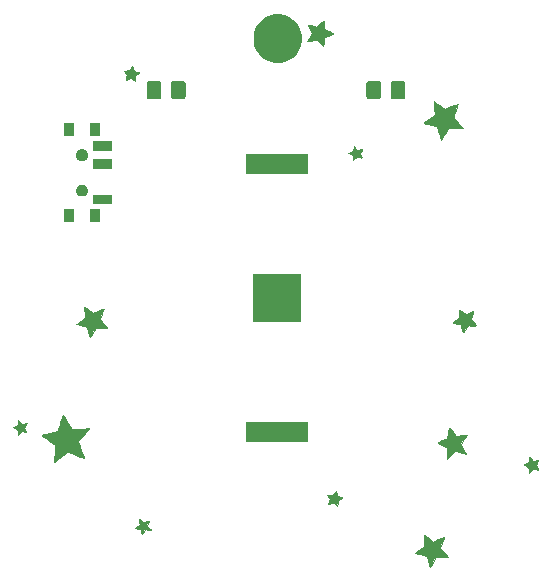
<source format=gbr>
G04 #@! TF.GenerationSoftware,KiCad,Pcbnew,5.0.2+dfsg1-1*
G04 #@! TF.CreationDate,2019-05-16T07:21:41+02:00*
G04 #@! TF.ProjectId,5thpcbway,35746870-6362-4776-9179-2e6b69636164,rev?*
G04 #@! TF.SameCoordinates,Original*
G04 #@! TF.FileFunction,Soldermask,Bot*
G04 #@! TF.FilePolarity,Negative*
%FSLAX46Y46*%
G04 Gerber Fmt 4.6, Leading zero omitted, Abs format (unit mm)*
G04 Created by KiCad (PCBNEW 5.0.2+dfsg1-1) date jue 16 may 2019 07:21:41 CEST*
%MOMM*%
%LPD*%
G01*
G04 APERTURE LIST*
%ADD10C,0.010000*%
%ADD11C,0.100000*%
G04 APERTURE END LIST*
D10*
G04 #@! TO.C,*
G36*
X190566455Y-55189694D02*
X190577737Y-55323542D01*
X190578685Y-55397125D01*
X190582799Y-55599762D01*
X190602831Y-55739126D01*
X190652481Y-55836582D01*
X190745449Y-55913496D01*
X190895435Y-55991233D01*
X190986194Y-56032631D01*
X191141331Y-56104854D01*
X191261955Y-56165487D01*
X191330932Y-56205690D01*
X191340703Y-56215539D01*
X191303887Y-56240325D01*
X191205531Y-56288007D01*
X191062890Y-56350509D01*
X190970286Y-56388898D01*
X190600500Y-56539295D01*
X190558167Y-56904381D01*
X190536290Y-57071804D01*
X190514248Y-57205180D01*
X190495693Y-57283551D01*
X190490135Y-57294738D01*
X190453245Y-57276272D01*
X190376044Y-57205599D01*
X190272165Y-57095770D01*
X190217068Y-57033254D01*
X190107386Y-56905632D01*
X190022101Y-56805491D01*
X189973781Y-56747633D01*
X189967417Y-56739262D01*
X189927942Y-56744062D01*
X189823630Y-56762865D01*
X189672516Y-56792318D01*
X189567015Y-56813681D01*
X189395410Y-56847614D01*
X189258661Y-56872260D01*
X189175268Y-56884416D01*
X189158575Y-56884420D01*
X189174741Y-56846191D01*
X189226622Y-56752271D01*
X189305094Y-56618787D01*
X189360940Y-56526749D01*
X189573626Y-56179998D01*
X189374677Y-55835079D01*
X189290065Y-55684667D01*
X189226462Y-55564408D01*
X189192490Y-55491004D01*
X189189614Y-55476599D01*
X189234132Y-55479396D01*
X189342308Y-55498052D01*
X189495360Y-55529122D01*
X189594322Y-55550806D01*
X189985143Y-55638575D01*
X190246244Y-55353629D01*
X190383978Y-55209895D01*
X190477785Y-55133945D01*
X190535874Y-55126854D01*
X190566455Y-55189694D01*
X190566455Y-55189694D01*
G37*
X190566455Y-55189694D02*
X190577737Y-55323542D01*
X190578685Y-55397125D01*
X190582799Y-55599762D01*
X190602831Y-55739126D01*
X190652481Y-55836582D01*
X190745449Y-55913496D01*
X190895435Y-55991233D01*
X190986194Y-56032631D01*
X191141331Y-56104854D01*
X191261955Y-56165487D01*
X191330932Y-56205690D01*
X191340703Y-56215539D01*
X191303887Y-56240325D01*
X191205531Y-56288007D01*
X191062890Y-56350509D01*
X190970286Y-56388898D01*
X190600500Y-56539295D01*
X190558167Y-56904381D01*
X190536290Y-57071804D01*
X190514248Y-57205180D01*
X190495693Y-57283551D01*
X190490135Y-57294738D01*
X190453245Y-57276272D01*
X190376044Y-57205599D01*
X190272165Y-57095770D01*
X190217068Y-57033254D01*
X190107386Y-56905632D01*
X190022101Y-56805491D01*
X189973781Y-56747633D01*
X189967417Y-56739262D01*
X189927942Y-56744062D01*
X189823630Y-56762865D01*
X189672516Y-56792318D01*
X189567015Y-56813681D01*
X189395410Y-56847614D01*
X189258661Y-56872260D01*
X189175268Y-56884416D01*
X189158575Y-56884420D01*
X189174741Y-56846191D01*
X189226622Y-56752271D01*
X189305094Y-56618787D01*
X189360940Y-56526749D01*
X189573626Y-56179998D01*
X189374677Y-55835079D01*
X189290065Y-55684667D01*
X189226462Y-55564408D01*
X189192490Y-55491004D01*
X189189614Y-55476599D01*
X189234132Y-55479396D01*
X189342308Y-55498052D01*
X189495360Y-55529122D01*
X189594322Y-55550806D01*
X189985143Y-55638575D01*
X190246244Y-55353629D01*
X190383978Y-55209895D01*
X190477785Y-55133945D01*
X190535874Y-55126854D01*
X190566455Y-55189694D01*
G36*
X174351106Y-59006368D02*
X174386703Y-59101991D01*
X174407464Y-59178431D01*
X174457705Y-59387861D01*
X174686853Y-59435432D01*
X174812373Y-59466222D01*
X174895573Y-59495701D01*
X174915924Y-59511752D01*
X174883114Y-59548653D01*
X174799075Y-59612154D01*
X174728672Y-59658749D01*
X174541496Y-59776998D01*
X174565337Y-60007999D01*
X174575315Y-60134581D01*
X174576014Y-60218486D01*
X174570429Y-60239000D01*
X174528657Y-60216035D01*
X174441757Y-60157130D01*
X174372522Y-60107246D01*
X174193364Y-59975492D01*
X173994120Y-60061739D01*
X173878557Y-60107893D01*
X173799425Y-60132237D01*
X173779625Y-60132736D01*
X173783367Y-60087657D01*
X173809166Y-59987768D01*
X173836906Y-59899111D01*
X173909439Y-59680736D01*
X173590979Y-59354604D01*
X173840126Y-59341719D01*
X173981036Y-59331520D01*
X174065760Y-59308893D01*
X174122713Y-59258104D01*
X174180311Y-59163418D01*
X174188308Y-59148917D01*
X174252572Y-59044127D01*
X174305022Y-58979269D01*
X174322283Y-58969000D01*
X174351106Y-59006368D01*
X174351106Y-59006368D01*
G37*
X174351106Y-59006368D02*
X174386703Y-59101991D01*
X174407464Y-59178431D01*
X174457705Y-59387861D01*
X174686853Y-59435432D01*
X174812373Y-59466222D01*
X174895573Y-59495701D01*
X174915924Y-59511752D01*
X174883114Y-59548653D01*
X174799075Y-59612154D01*
X174728672Y-59658749D01*
X174541496Y-59776998D01*
X174565337Y-60007999D01*
X174575315Y-60134581D01*
X174576014Y-60218486D01*
X174570429Y-60239000D01*
X174528657Y-60216035D01*
X174441757Y-60157130D01*
X174372522Y-60107246D01*
X174193364Y-59975492D01*
X173994120Y-60061739D01*
X173878557Y-60107893D01*
X173799425Y-60132237D01*
X173779625Y-60132736D01*
X173783367Y-60087657D01*
X173809166Y-59987768D01*
X173836906Y-59899111D01*
X173909439Y-59680736D01*
X173590979Y-59354604D01*
X173840126Y-59341719D01*
X173981036Y-59331520D01*
X174065760Y-59308893D01*
X174122713Y-59258104D01*
X174180311Y-59163418D01*
X174188308Y-59148917D01*
X174252572Y-59044127D01*
X174305022Y-58979269D01*
X174322283Y-58969000D01*
X174351106Y-59006368D01*
G36*
X199896352Y-61956510D02*
X199961827Y-62007085D01*
X200066547Y-62088889D01*
X200146667Y-62151818D01*
X200292088Y-62262671D01*
X200461348Y-62386603D01*
X200564003Y-62459254D01*
X200790839Y-62616724D01*
X201339873Y-62376593D01*
X201537522Y-62291673D01*
X201705871Y-62222234D01*
X201830654Y-62173938D01*
X201897606Y-62152445D01*
X201904834Y-62152389D01*
X201897202Y-62195801D01*
X201865053Y-62303350D01*
X201813283Y-62459777D01*
X201746788Y-62649825D01*
X201732214Y-62690356D01*
X201661639Y-62889954D01*
X201603090Y-63063527D01*
X201562061Y-63194193D01*
X201544047Y-63265070D01*
X201543667Y-63269768D01*
X201570646Y-63320787D01*
X201644628Y-63420832D01*
X201755177Y-63556727D01*
X201891858Y-63715293D01*
X201933566Y-63762154D01*
X202323465Y-64197167D01*
X202155816Y-64211076D01*
X202041531Y-64215669D01*
X201869975Y-64216748D01*
X201668467Y-64214313D01*
X201541695Y-64211076D01*
X201095224Y-64197167D01*
X200872046Y-64578167D01*
X200767600Y-64752177D01*
X200667892Y-64910836D01*
X200587169Y-65031818D01*
X200553430Y-65077462D01*
X200457990Y-65195758D01*
X200295626Y-64632962D01*
X200236546Y-64428735D01*
X200186394Y-64256433D01*
X200149536Y-64130971D01*
X200130337Y-64067267D01*
X200128645Y-64062375D01*
X200088107Y-64050712D01*
X199981223Y-64024759D01*
X199824342Y-63988383D01*
X199637931Y-63946364D01*
X199436101Y-63901323D01*
X199256587Y-63861063D01*
X199120247Y-63830276D01*
X199051994Y-63814614D01*
X199020637Y-63799813D01*
X199023604Y-63772211D01*
X199068760Y-63724558D01*
X199163967Y-63649603D01*
X199317090Y-63540095D01*
X199448749Y-63448781D01*
X199945342Y-63106479D01*
X199919972Y-62889823D01*
X199904720Y-62744031D01*
X199886823Y-62549939D01*
X199869573Y-62343706D01*
X199865570Y-62292167D01*
X199853490Y-62112102D01*
X199851571Y-62003322D01*
X199860994Y-61952921D01*
X199882944Y-61947995D01*
X199896352Y-61956510D01*
X199896352Y-61956510D01*
G37*
X199896352Y-61956510D02*
X199961827Y-62007085D01*
X200066547Y-62088889D01*
X200146667Y-62151818D01*
X200292088Y-62262671D01*
X200461348Y-62386603D01*
X200564003Y-62459254D01*
X200790839Y-62616724D01*
X201339873Y-62376593D01*
X201537522Y-62291673D01*
X201705871Y-62222234D01*
X201830654Y-62173938D01*
X201897606Y-62152445D01*
X201904834Y-62152389D01*
X201897202Y-62195801D01*
X201865053Y-62303350D01*
X201813283Y-62459777D01*
X201746788Y-62649825D01*
X201732214Y-62690356D01*
X201661639Y-62889954D01*
X201603090Y-63063527D01*
X201562061Y-63194193D01*
X201544047Y-63265070D01*
X201543667Y-63269768D01*
X201570646Y-63320787D01*
X201644628Y-63420832D01*
X201755177Y-63556727D01*
X201891858Y-63715293D01*
X201933566Y-63762154D01*
X202323465Y-64197167D01*
X202155816Y-64211076D01*
X202041531Y-64215669D01*
X201869975Y-64216748D01*
X201668467Y-64214313D01*
X201541695Y-64211076D01*
X201095224Y-64197167D01*
X200872046Y-64578167D01*
X200767600Y-64752177D01*
X200667892Y-64910836D01*
X200587169Y-65031818D01*
X200553430Y-65077462D01*
X200457990Y-65195758D01*
X200295626Y-64632962D01*
X200236546Y-64428735D01*
X200186394Y-64256433D01*
X200149536Y-64130971D01*
X200130337Y-64067267D01*
X200128645Y-64062375D01*
X200088107Y-64050712D01*
X199981223Y-64024759D01*
X199824342Y-63988383D01*
X199637931Y-63946364D01*
X199436101Y-63901323D01*
X199256587Y-63861063D01*
X199120247Y-63830276D01*
X199051994Y-63814614D01*
X199020637Y-63799813D01*
X199023604Y-63772211D01*
X199068760Y-63724558D01*
X199163967Y-63649603D01*
X199317090Y-63540095D01*
X199448749Y-63448781D01*
X199945342Y-63106479D01*
X199919972Y-62889823D01*
X199904720Y-62744031D01*
X199886823Y-62549939D01*
X199869573Y-62343706D01*
X199865570Y-62292167D01*
X199853490Y-62112102D01*
X199851571Y-62003322D01*
X199860994Y-61952921D01*
X199882944Y-61947995D01*
X199896352Y-61956510D01*
G36*
X193225167Y-65865743D02*
X193352167Y-66039165D01*
X193814235Y-65984383D01*
X193748421Y-66085608D01*
X193658997Y-66224418D01*
X193610165Y-66314227D01*
X193597705Y-66377868D01*
X193617397Y-66438176D01*
X193665018Y-66517983D01*
X193667695Y-66522310D01*
X193721228Y-66622259D01*
X193742540Y-66690297D01*
X193739516Y-66702595D01*
X193687284Y-66707937D01*
X193584371Y-66692701D01*
X193533604Y-66680992D01*
X193424197Y-66657354D01*
X193349978Y-66663678D01*
X193277683Y-66710612D01*
X193193417Y-66789881D01*
X193034667Y-66944850D01*
X193034667Y-66521844D01*
X192813814Y-66413709D01*
X192592961Y-66305573D01*
X192809291Y-66233720D01*
X193025620Y-66161867D01*
X193061894Y-65927095D01*
X193098167Y-65692322D01*
X193225167Y-65865743D01*
X193225167Y-65865743D01*
G37*
X193225167Y-65865743D02*
X193352167Y-66039165D01*
X193814235Y-65984383D01*
X193748421Y-66085608D01*
X193658997Y-66224418D01*
X193610165Y-66314227D01*
X193597705Y-66377868D01*
X193617397Y-66438176D01*
X193665018Y-66517983D01*
X193667695Y-66522310D01*
X193721228Y-66622259D01*
X193742540Y-66690297D01*
X193739516Y-66702595D01*
X193687284Y-66707937D01*
X193584371Y-66692701D01*
X193533604Y-66680992D01*
X193424197Y-66657354D01*
X193349978Y-66663678D01*
X193277683Y-66710612D01*
X193193417Y-66789881D01*
X193034667Y-66944850D01*
X193034667Y-66521844D01*
X192813814Y-66413709D01*
X192592961Y-66305573D01*
X192809291Y-66233720D01*
X193025620Y-66161867D01*
X193061894Y-65927095D01*
X193098167Y-65692322D01*
X193225167Y-65865743D01*
G36*
X202055656Y-79597083D02*
X202161583Y-79671100D01*
X202315299Y-79789255D01*
X202553711Y-79972009D01*
X202856862Y-79838955D01*
X203002181Y-79778928D01*
X203115685Y-79739065D01*
X203177248Y-79726238D01*
X203182026Y-79727915D01*
X203179566Y-79775249D01*
X203153824Y-79879845D01*
X203111421Y-80019754D01*
X203058975Y-80173026D01*
X203007001Y-80308299D01*
X203019899Y-80378906D01*
X203097688Y-80498411D01*
X203222050Y-80646893D01*
X203339051Y-80781116D01*
X203400236Y-80869133D01*
X203399616Y-80919463D01*
X203331201Y-80940625D01*
X203189000Y-80941136D01*
X203021161Y-80932574D01*
X202734088Y-80916353D01*
X202648275Y-81065760D01*
X202524108Y-81277082D01*
X202434224Y-81418179D01*
X202374822Y-81494443D01*
X202342103Y-81511266D01*
X202337550Y-81506658D01*
X202315603Y-81449038D01*
X202280072Y-81334678D01*
X202240217Y-81194000D01*
X202197036Y-81046913D01*
X202157082Y-80930730D01*
X202130250Y-80872808D01*
X202073562Y-80842646D01*
X201957606Y-80806688D01*
X201806738Y-80772402D01*
X201796280Y-80770405D01*
X201646678Y-80738293D01*
X201532892Y-80706598D01*
X201477818Y-80681778D01*
X201476592Y-80680216D01*
X201499512Y-80643185D01*
X201578972Y-80575028D01*
X201699283Y-80488795D01*
X201735172Y-80465120D01*
X202014648Y-80283834D01*
X201987328Y-79909357D01*
X201974141Y-79731601D01*
X201973454Y-79623115D01*
X201996786Y-79579682D01*
X202055656Y-79597083D01*
X202055656Y-79597083D01*
G37*
X202055656Y-79597083D02*
X202161583Y-79671100D01*
X202315299Y-79789255D01*
X202553711Y-79972009D01*
X202856862Y-79838955D01*
X203002181Y-79778928D01*
X203115685Y-79739065D01*
X203177248Y-79726238D01*
X203182026Y-79727915D01*
X203179566Y-79775249D01*
X203153824Y-79879845D01*
X203111421Y-80019754D01*
X203058975Y-80173026D01*
X203007001Y-80308299D01*
X203019899Y-80378906D01*
X203097688Y-80498411D01*
X203222050Y-80646893D01*
X203339051Y-80781116D01*
X203400236Y-80869133D01*
X203399616Y-80919463D01*
X203331201Y-80940625D01*
X203189000Y-80941136D01*
X203021161Y-80932574D01*
X202734088Y-80916353D01*
X202648275Y-81065760D01*
X202524108Y-81277082D01*
X202434224Y-81418179D01*
X202374822Y-81494443D01*
X202342103Y-81511266D01*
X202337550Y-81506658D01*
X202315603Y-81449038D01*
X202280072Y-81334678D01*
X202240217Y-81194000D01*
X202197036Y-81046913D01*
X202157082Y-80930730D01*
X202130250Y-80872808D01*
X202073562Y-80842646D01*
X201957606Y-80806688D01*
X201806738Y-80772402D01*
X201796280Y-80770405D01*
X201646678Y-80738293D01*
X201532892Y-80706598D01*
X201477818Y-80681778D01*
X201476592Y-80680216D01*
X201499512Y-80643185D01*
X201578972Y-80575028D01*
X201699283Y-80488795D01*
X201735172Y-80465120D01*
X202014648Y-80283834D01*
X201987328Y-79909357D01*
X201974141Y-79731601D01*
X201973454Y-79623115D01*
X201996786Y-79579682D01*
X202055656Y-79597083D01*
G36*
X170316776Y-79355669D02*
X170410440Y-79421524D01*
X170540959Y-79518170D01*
X170659978Y-79608954D01*
X171019638Y-79886575D01*
X171454336Y-79697083D01*
X171628466Y-79622224D01*
X171770991Y-79562938D01*
X171866024Y-79525700D01*
X171897772Y-79516328D01*
X171887718Y-79557029D01*
X171853789Y-79660796D01*
X171801501Y-79811294D01*
X171745219Y-79967949D01*
X171583928Y-80410834D01*
X171843014Y-80707167D01*
X172005091Y-80890861D01*
X172113014Y-81017638D01*
X172164514Y-81097483D01*
X172157321Y-81140386D01*
X172089165Y-81156335D01*
X171957778Y-81155316D01*
X171760889Y-81147318D01*
X171743143Y-81146706D01*
X171259920Y-81130500D01*
X171024492Y-81522084D01*
X170926630Y-81681273D01*
X170843817Y-81809315D01*
X170785969Y-81891287D01*
X170764272Y-81913667D01*
X170743409Y-81875592D01*
X170706496Y-81772697D01*
X170659270Y-81621976D01*
X170620833Y-81488840D01*
X170558271Y-81285281D01*
X170499631Y-81132622D01*
X170450307Y-81044106D01*
X170433676Y-81029248D01*
X170362819Y-81005374D01*
X170232269Y-80971389D01*
X170065470Y-80933216D01*
X169992922Y-80917909D01*
X169825714Y-80880694D01*
X169692799Y-80845812D01*
X169614084Y-80818729D01*
X169601593Y-80810453D01*
X169626523Y-80775717D01*
X169708717Y-80705149D01*
X169834768Y-80609541D01*
X169967042Y-80516199D01*
X170135221Y-80399603D01*
X170244470Y-80317415D01*
X170306289Y-80257052D01*
X170332178Y-80205931D01*
X170333636Y-80151470D01*
X170328986Y-80120163D01*
X170309027Y-79979920D01*
X170291387Y-79815522D01*
X170277496Y-79647796D01*
X170268782Y-79497573D01*
X170266676Y-79385681D01*
X170272606Y-79332948D01*
X170274852Y-79331334D01*
X170316776Y-79355669D01*
X170316776Y-79355669D01*
G37*
X170316776Y-79355669D02*
X170410440Y-79421524D01*
X170540959Y-79518170D01*
X170659978Y-79608954D01*
X171019638Y-79886575D01*
X171454336Y-79697083D01*
X171628466Y-79622224D01*
X171770991Y-79562938D01*
X171866024Y-79525700D01*
X171897772Y-79516328D01*
X171887718Y-79557029D01*
X171853789Y-79660796D01*
X171801501Y-79811294D01*
X171745219Y-79967949D01*
X171583928Y-80410834D01*
X171843014Y-80707167D01*
X172005091Y-80890861D01*
X172113014Y-81017638D01*
X172164514Y-81097483D01*
X172157321Y-81140386D01*
X172089165Y-81156335D01*
X171957778Y-81155316D01*
X171760889Y-81147318D01*
X171743143Y-81146706D01*
X171259920Y-81130500D01*
X171024492Y-81522084D01*
X170926630Y-81681273D01*
X170843817Y-81809315D01*
X170785969Y-81891287D01*
X170764272Y-81913667D01*
X170743409Y-81875592D01*
X170706496Y-81772697D01*
X170659270Y-81621976D01*
X170620833Y-81488840D01*
X170558271Y-81285281D01*
X170499631Y-81132622D01*
X170450307Y-81044106D01*
X170433676Y-81029248D01*
X170362819Y-81005374D01*
X170232269Y-80971389D01*
X170065470Y-80933216D01*
X169992922Y-80917909D01*
X169825714Y-80880694D01*
X169692799Y-80845812D01*
X169614084Y-80818729D01*
X169601593Y-80810453D01*
X169626523Y-80775717D01*
X169708717Y-80705149D01*
X169834768Y-80609541D01*
X169967042Y-80516199D01*
X170135221Y-80399603D01*
X170244470Y-80317415D01*
X170306289Y-80257052D01*
X170332178Y-80205931D01*
X170333636Y-80151470D01*
X170328986Y-80120163D01*
X170309027Y-79979920D01*
X170291387Y-79815522D01*
X170277496Y-79647796D01*
X170268782Y-79497573D01*
X170266676Y-79385681D01*
X170272606Y-79332948D01*
X170274852Y-79331334D01*
X170316776Y-79355669D01*
G36*
X164841858Y-89105286D02*
X164929678Y-89204805D01*
X164993936Y-89251585D01*
X165065516Y-89257726D01*
X165174337Y-89235555D01*
X165289548Y-89213215D01*
X165365274Y-89207261D01*
X165378592Y-89210814D01*
X165368343Y-89253559D01*
X165321336Y-89341590D01*
X165283800Y-89401139D01*
X165170258Y-89572713D01*
X165277649Y-89764857D01*
X165334113Y-89872217D01*
X165363997Y-89941957D01*
X165364433Y-89957000D01*
X165314587Y-89947531D01*
X165211972Y-89923552D01*
X165152843Y-89908910D01*
X165040748Y-89884048D01*
X164965724Y-89887529D01*
X164895566Y-89929662D01*
X164798069Y-90020759D01*
X164795430Y-90023335D01*
X164629000Y-90185850D01*
X164629000Y-89965041D01*
X164625739Y-89834669D01*
X164603608Y-89758497D01*
X164544088Y-89706062D01*
X164438500Y-89651681D01*
X164329288Y-89594048D01*
X164260373Y-89548884D01*
X164248000Y-89533980D01*
X164283948Y-89505915D01*
X164374839Y-89463989D01*
X164427917Y-89443631D01*
X164533969Y-89399517D01*
X164593768Y-89347556D01*
X164628691Y-89260131D01*
X164651358Y-89154979D01*
X164694882Y-88931526D01*
X164841858Y-89105286D01*
X164841858Y-89105286D01*
G37*
X164841858Y-89105286D02*
X164929678Y-89204805D01*
X164993936Y-89251585D01*
X165065516Y-89257726D01*
X165174337Y-89235555D01*
X165289548Y-89213215D01*
X165365274Y-89207261D01*
X165378592Y-89210814D01*
X165368343Y-89253559D01*
X165321336Y-89341590D01*
X165283800Y-89401139D01*
X165170258Y-89572713D01*
X165277649Y-89764857D01*
X165334113Y-89872217D01*
X165363997Y-89941957D01*
X165364433Y-89957000D01*
X165314587Y-89947531D01*
X165211972Y-89923552D01*
X165152843Y-89908910D01*
X165040748Y-89884048D01*
X164965724Y-89887529D01*
X164895566Y-89929662D01*
X164798069Y-90020759D01*
X164795430Y-90023335D01*
X164629000Y-90185850D01*
X164629000Y-89965041D01*
X164625739Y-89834669D01*
X164603608Y-89758497D01*
X164544088Y-89706062D01*
X164438500Y-89651681D01*
X164329288Y-89594048D01*
X164260373Y-89548884D01*
X164248000Y-89533980D01*
X164283948Y-89505915D01*
X164374839Y-89463989D01*
X164427917Y-89443631D01*
X164533969Y-89399517D01*
X164593768Y-89347556D01*
X164628691Y-89260131D01*
X164651358Y-89154979D01*
X164694882Y-88931526D01*
X164841858Y-89105286D01*
G36*
X201196688Y-89606899D02*
X201268671Y-89688468D01*
X201364969Y-89804017D01*
X201472091Y-89936855D01*
X201576549Y-90070292D01*
X201664853Y-90187638D01*
X201717083Y-90262184D01*
X201769105Y-90273573D01*
X201887775Y-90267566D01*
X202057116Y-90245250D01*
X202119250Y-90234866D01*
X202355392Y-90193705D01*
X202514614Y-90171851D01*
X202603784Y-90176454D01*
X202629770Y-90214662D01*
X202599442Y-90293624D01*
X202519668Y-90420488D01*
X202428161Y-90556368D01*
X202167471Y-90944069D01*
X202371857Y-91359469D01*
X202452730Y-91528624D01*
X202514900Y-91667953D01*
X202551463Y-91761343D01*
X202557372Y-91792466D01*
X202511609Y-91788416D01*
X202402350Y-91763816D01*
X202247047Y-91722921D01*
X202101482Y-91681359D01*
X201664463Y-91552654D01*
X201338545Y-91876660D01*
X201203463Y-92008292D01*
X201089695Y-92114197D01*
X201010806Y-92182054D01*
X200981814Y-92200667D01*
X200969394Y-92161195D01*
X200959370Y-92054208D01*
X200952882Y-91896847D01*
X200951000Y-91738051D01*
X200951000Y-91275435D01*
X200545237Y-91051299D01*
X200365724Y-90949365D01*
X200254320Y-90878306D01*
X200203023Y-90831909D01*
X200203833Y-90803959D01*
X200217154Y-90796474D01*
X200292494Y-90765542D01*
X200420084Y-90712052D01*
X200574330Y-90646744D01*
X200598262Y-90636559D01*
X200747337Y-90575137D01*
X200867256Y-90529537D01*
X200936056Y-90508020D01*
X200941802Y-90507334D01*
X200964140Y-90468225D01*
X200994201Y-90362123D01*
X201027827Y-90205864D01*
X201056834Y-90041667D01*
X201089376Y-89855444D01*
X201120639Y-89704657D01*
X201146807Y-89606126D01*
X201162509Y-89576000D01*
X201196688Y-89606899D01*
X201196688Y-89606899D01*
G37*
X201196688Y-89606899D02*
X201268671Y-89688468D01*
X201364969Y-89804017D01*
X201472091Y-89936855D01*
X201576549Y-90070292D01*
X201664853Y-90187638D01*
X201717083Y-90262184D01*
X201769105Y-90273573D01*
X201887775Y-90267566D01*
X202057116Y-90245250D01*
X202119250Y-90234866D01*
X202355392Y-90193705D01*
X202514614Y-90171851D01*
X202603784Y-90176454D01*
X202629770Y-90214662D01*
X202599442Y-90293624D01*
X202519668Y-90420488D01*
X202428161Y-90556368D01*
X202167471Y-90944069D01*
X202371857Y-91359469D01*
X202452730Y-91528624D01*
X202514900Y-91667953D01*
X202551463Y-91761343D01*
X202557372Y-91792466D01*
X202511609Y-91788416D01*
X202402350Y-91763816D01*
X202247047Y-91722921D01*
X202101482Y-91681359D01*
X201664463Y-91552654D01*
X201338545Y-91876660D01*
X201203463Y-92008292D01*
X201089695Y-92114197D01*
X201010806Y-92182054D01*
X200981814Y-92200667D01*
X200969394Y-92161195D01*
X200959370Y-92054208D01*
X200952882Y-91896847D01*
X200951000Y-91738051D01*
X200951000Y-91275435D01*
X200545237Y-91051299D01*
X200365724Y-90949365D01*
X200254320Y-90878306D01*
X200203023Y-90831909D01*
X200203833Y-90803959D01*
X200217154Y-90796474D01*
X200292494Y-90765542D01*
X200420084Y-90712052D01*
X200574330Y-90646744D01*
X200598262Y-90636559D01*
X200747337Y-90575137D01*
X200867256Y-90529537D01*
X200936056Y-90508020D01*
X200941802Y-90507334D01*
X200964140Y-90468225D01*
X200994201Y-90362123D01*
X201027827Y-90205864D01*
X201056834Y-90041667D01*
X201089376Y-89855444D01*
X201120639Y-89704657D01*
X201146807Y-89606126D01*
X201162509Y-89576000D01*
X201196688Y-89606899D01*
G36*
X168467176Y-88528455D02*
X168533465Y-88613555D01*
X168627247Y-88749561D01*
X168740836Y-88925419D01*
X168840744Y-89087276D01*
X169213549Y-89702757D01*
X169895191Y-89678163D01*
X170129645Y-89668847D01*
X170336037Y-89659032D01*
X170498754Y-89649587D01*
X170602185Y-89641382D01*
X170629750Y-89637280D01*
X170678237Y-89635032D01*
X170682667Y-89642099D01*
X170656458Y-89679632D01*
X170583944Y-89770037D01*
X170474291Y-89902224D01*
X170336668Y-90065103D01*
X170227584Y-90192622D01*
X170074387Y-90373075D01*
X169941796Y-90533502D01*
X169839341Y-90662032D01*
X169776550Y-90746791D01*
X169761358Y-90773435D01*
X169771867Y-90828503D01*
X169808019Y-90948369D01*
X169865093Y-91118795D01*
X169938367Y-91325543D01*
X169999508Y-91491584D01*
X170081034Y-91711386D01*
X170149986Y-91900667D01*
X170201759Y-92046505D01*
X170231749Y-92135978D01*
X170237110Y-92158334D01*
X170196258Y-92142677D01*
X170090568Y-92099336D01*
X169933120Y-92033750D01*
X169736993Y-91951359D01*
X169575627Y-91883185D01*
X169357230Y-91791593D01*
X169165633Y-91712914D01*
X169014553Y-91652649D01*
X168917711Y-91616297D01*
X168889289Y-91608019D01*
X168844175Y-91633298D01*
X168748100Y-91701731D01*
X168615077Y-91802187D01*
X168459118Y-91923533D01*
X168294237Y-92054639D01*
X168134446Y-92184374D01*
X167993758Y-92301606D01*
X167886185Y-92395204D01*
X167829189Y-92450121D01*
X167744888Y-92525062D01*
X167696864Y-92526944D01*
X167689361Y-92456628D01*
X167695358Y-92422917D01*
X167714751Y-92303507D01*
X167736446Y-92124055D01*
X167758218Y-91909061D01*
X167777845Y-91683030D01*
X167793100Y-91470463D01*
X167801762Y-91295864D01*
X167802908Y-91238023D01*
X167804000Y-91016212D01*
X167203493Y-90615286D01*
X166985455Y-90466277D01*
X166818347Y-90344860D01*
X166708174Y-90255737D01*
X166660935Y-90203611D01*
X166663743Y-90192488D01*
X166724257Y-90175757D01*
X166851669Y-90143841D01*
X167030369Y-90100540D01*
X167244747Y-90049658D01*
X167380667Y-90017849D01*
X167603168Y-89965684D01*
X167793821Y-89920293D01*
X167938677Y-89885053D01*
X168023787Y-89863341D01*
X168040454Y-89858125D01*
X168052280Y-89817132D01*
X168082637Y-89708308D01*
X168127693Y-89545482D01*
X168183619Y-89342484D01*
X168224134Y-89195000D01*
X168287080Y-88970533D01*
X168344507Y-88774847D01*
X168391922Y-88622561D01*
X168424834Y-88528296D01*
X168436066Y-88505314D01*
X168467176Y-88528455D01*
X168467176Y-88528455D01*
G37*
X168467176Y-88528455D02*
X168533465Y-88613555D01*
X168627247Y-88749561D01*
X168740836Y-88925419D01*
X168840744Y-89087276D01*
X169213549Y-89702757D01*
X169895191Y-89678163D01*
X170129645Y-89668847D01*
X170336037Y-89659032D01*
X170498754Y-89649587D01*
X170602185Y-89641382D01*
X170629750Y-89637280D01*
X170678237Y-89635032D01*
X170682667Y-89642099D01*
X170656458Y-89679632D01*
X170583944Y-89770037D01*
X170474291Y-89902224D01*
X170336668Y-90065103D01*
X170227584Y-90192622D01*
X170074387Y-90373075D01*
X169941796Y-90533502D01*
X169839341Y-90662032D01*
X169776550Y-90746791D01*
X169761358Y-90773435D01*
X169771867Y-90828503D01*
X169808019Y-90948369D01*
X169865093Y-91118795D01*
X169938367Y-91325543D01*
X169999508Y-91491584D01*
X170081034Y-91711386D01*
X170149986Y-91900667D01*
X170201759Y-92046505D01*
X170231749Y-92135978D01*
X170237110Y-92158334D01*
X170196258Y-92142677D01*
X170090568Y-92099336D01*
X169933120Y-92033750D01*
X169736993Y-91951359D01*
X169575627Y-91883185D01*
X169357230Y-91791593D01*
X169165633Y-91712914D01*
X169014553Y-91652649D01*
X168917711Y-91616297D01*
X168889289Y-91608019D01*
X168844175Y-91633298D01*
X168748100Y-91701731D01*
X168615077Y-91802187D01*
X168459118Y-91923533D01*
X168294237Y-92054639D01*
X168134446Y-92184374D01*
X167993758Y-92301606D01*
X167886185Y-92395204D01*
X167829189Y-92450121D01*
X167744888Y-92525062D01*
X167696864Y-92526944D01*
X167689361Y-92456628D01*
X167695358Y-92422917D01*
X167714751Y-92303507D01*
X167736446Y-92124055D01*
X167758218Y-91909061D01*
X167777845Y-91683030D01*
X167793100Y-91470463D01*
X167801762Y-91295864D01*
X167802908Y-91238023D01*
X167804000Y-91016212D01*
X167203493Y-90615286D01*
X166985455Y-90466277D01*
X166818347Y-90344860D01*
X166708174Y-90255737D01*
X166660935Y-90203611D01*
X166663743Y-90192488D01*
X166724257Y-90175757D01*
X166851669Y-90143841D01*
X167030369Y-90100540D01*
X167244747Y-90049658D01*
X167380667Y-90017849D01*
X167603168Y-89965684D01*
X167793821Y-89920293D01*
X167938677Y-89885053D01*
X168023787Y-89863341D01*
X168040454Y-89858125D01*
X168052280Y-89817132D01*
X168082637Y-89708308D01*
X168127693Y-89545482D01*
X168183619Y-89342484D01*
X168224134Y-89195000D01*
X168287080Y-88970533D01*
X168344507Y-88774847D01*
X168391922Y-88622561D01*
X168424834Y-88528296D01*
X168436066Y-88505314D01*
X168467176Y-88528455D01*
G36*
X207989205Y-92101403D02*
X208057171Y-92164505D01*
X208138126Y-92252344D01*
X208212184Y-92344180D01*
X208234960Y-92376688D01*
X208286679Y-92390263D01*
X208392496Y-92385146D01*
X208467760Y-92373702D01*
X208590333Y-92354198D01*
X208673263Y-92347378D01*
X208692527Y-92350416D01*
X208681873Y-92392351D01*
X208637649Y-92483299D01*
X208594407Y-92560497D01*
X208480526Y-92754819D01*
X208589263Y-92940365D01*
X208651380Y-93050037D01*
X208690742Y-93126602D01*
X208698000Y-93146290D01*
X208661173Y-93147786D01*
X208566262Y-93130152D01*
X208476178Y-93108155D01*
X208254356Y-93049639D01*
X208074011Y-93226634D01*
X207893667Y-93403628D01*
X207893667Y-93273106D01*
X207884254Y-93084664D01*
X207849005Y-92959199D01*
X207777410Y-92876421D01*
X207658954Y-92816036D01*
X207656350Y-92815038D01*
X207546755Y-92766014D01*
X207479922Y-92722298D01*
X207470334Y-92706906D01*
X207506726Y-92673028D01*
X207599980Y-92626459D01*
X207677073Y-92596388D01*
X207798685Y-92549211D01*
X207862993Y-92501201D01*
X207892897Y-92424401D01*
X207908592Y-92313739D01*
X207926747Y-92189018D01*
X207945482Y-92103665D01*
X207954112Y-92083777D01*
X207989205Y-92101403D01*
X207989205Y-92101403D01*
G37*
X207989205Y-92101403D02*
X208057171Y-92164505D01*
X208138126Y-92252344D01*
X208212184Y-92344180D01*
X208234960Y-92376688D01*
X208286679Y-92390263D01*
X208392496Y-92385146D01*
X208467760Y-92373702D01*
X208590333Y-92354198D01*
X208673263Y-92347378D01*
X208692527Y-92350416D01*
X208681873Y-92392351D01*
X208637649Y-92483299D01*
X208594407Y-92560497D01*
X208480526Y-92754819D01*
X208589263Y-92940365D01*
X208651380Y-93050037D01*
X208690742Y-93126602D01*
X208698000Y-93146290D01*
X208661173Y-93147786D01*
X208566262Y-93130152D01*
X208476178Y-93108155D01*
X208254356Y-93049639D01*
X208074011Y-93226634D01*
X207893667Y-93403628D01*
X207893667Y-93273106D01*
X207884254Y-93084664D01*
X207849005Y-92959199D01*
X207777410Y-92876421D01*
X207658954Y-92816036D01*
X207656350Y-92815038D01*
X207546755Y-92766014D01*
X207479922Y-92722298D01*
X207470334Y-92706906D01*
X207506726Y-92673028D01*
X207599980Y-92626459D01*
X207677073Y-92596388D01*
X207798685Y-92549211D01*
X207862993Y-92501201D01*
X207892897Y-92424401D01*
X207908592Y-92313739D01*
X207926747Y-92189018D01*
X207945482Y-92103665D01*
X207954112Y-92083777D01*
X207989205Y-92101403D01*
G36*
X191590568Y-94947616D02*
X191615986Y-95044676D01*
X191636978Y-95139514D01*
X191667318Y-95271237D01*
X191703370Y-95345157D01*
X191767934Y-95386396D01*
X191883812Y-95420077D01*
X191893979Y-95422684D01*
X192012767Y-95458516D01*
X192088630Y-95491750D01*
X192103334Y-95506647D01*
X192069917Y-95543410D01*
X191984354Y-95604538D01*
X191914930Y-95647367D01*
X191806872Y-95715237D01*
X191749277Y-95776243D01*
X191724124Y-95861375D01*
X191713846Y-95993188D01*
X191701167Y-96228597D01*
X191577297Y-96098953D01*
X191458589Y-95991184D01*
X191352807Y-95947121D01*
X191227706Y-95958858D01*
X191130122Y-95989340D01*
X191018328Y-96024758D01*
X190945259Y-96040348D01*
X190932050Y-96038828D01*
X190939127Y-95995163D01*
X190973567Y-95899474D01*
X191006115Y-95822232D01*
X191095256Y-95620713D01*
X190823332Y-95242065D01*
X191061609Y-95253103D01*
X191199139Y-95256396D01*
X191284251Y-95240470D01*
X191349063Y-95190852D01*
X191425690Y-95093073D01*
X191430106Y-95087070D01*
X191506044Y-94987264D01*
X191559783Y-94923047D01*
X191574828Y-94910000D01*
X191590568Y-94947616D01*
X191590568Y-94947616D01*
G37*
X191590568Y-94947616D02*
X191615986Y-95044676D01*
X191636978Y-95139514D01*
X191667318Y-95271237D01*
X191703370Y-95345157D01*
X191767934Y-95386396D01*
X191883812Y-95420077D01*
X191893979Y-95422684D01*
X192012767Y-95458516D01*
X192088630Y-95491750D01*
X192103334Y-95506647D01*
X192069917Y-95543410D01*
X191984354Y-95604538D01*
X191914930Y-95647367D01*
X191806872Y-95715237D01*
X191749277Y-95776243D01*
X191724124Y-95861375D01*
X191713846Y-95993188D01*
X191701167Y-96228597D01*
X191577297Y-96098953D01*
X191458589Y-95991184D01*
X191352807Y-95947121D01*
X191227706Y-95958858D01*
X191130122Y-95989340D01*
X191018328Y-96024758D01*
X190945259Y-96040348D01*
X190932050Y-96038828D01*
X190939127Y-95995163D01*
X190973567Y-95899474D01*
X191006115Y-95822232D01*
X191095256Y-95620713D01*
X190823332Y-95242065D01*
X191061609Y-95253103D01*
X191199139Y-95256396D01*
X191284251Y-95240470D01*
X191349063Y-95190852D01*
X191425690Y-95093073D01*
X191430106Y-95087070D01*
X191506044Y-94987264D01*
X191559783Y-94923047D01*
X191574828Y-94910000D01*
X191590568Y-94947616D01*
G36*
X174968170Y-97347069D02*
X175052818Y-97408277D01*
X175106500Y-97450000D01*
X175226492Y-97536875D01*
X175318859Y-97569927D01*
X175417369Y-97553637D01*
X175527866Y-97505913D01*
X175628882Y-97466663D01*
X175695110Y-97457260D01*
X175703119Y-97461008D01*
X175704456Y-97512233D01*
X175678763Y-97613729D01*
X175654767Y-97682352D01*
X175580234Y-97877515D01*
X175734950Y-98035959D01*
X175822366Y-98130823D01*
X175878461Y-98201957D01*
X175889667Y-98224738D01*
X175851810Y-98237048D01*
X175754335Y-98236609D01*
X175663793Y-98228526D01*
X175437918Y-98201979D01*
X175323341Y-98397490D01*
X175253117Y-98506679D01*
X175195511Y-98577644D01*
X175172438Y-98593000D01*
X175142911Y-98555603D01*
X175106763Y-98459810D01*
X175085334Y-98381334D01*
X175038578Y-98237062D01*
X174985240Y-98171693D01*
X174964694Y-98166413D01*
X174880846Y-98152512D01*
X174759394Y-98122019D01*
X174725591Y-98112166D01*
X174556349Y-98061172D01*
X174757462Y-97922802D01*
X174958575Y-97784433D01*
X174931459Y-97553717D01*
X174920089Y-97427340D01*
X174919223Y-97343538D01*
X174925517Y-97323000D01*
X174968170Y-97347069D01*
X174968170Y-97347069D01*
G37*
X174968170Y-97347069D02*
X175052818Y-97408277D01*
X175106500Y-97450000D01*
X175226492Y-97536875D01*
X175318859Y-97569927D01*
X175417369Y-97553637D01*
X175527866Y-97505913D01*
X175628882Y-97466663D01*
X175695110Y-97457260D01*
X175703119Y-97461008D01*
X175704456Y-97512233D01*
X175678763Y-97613729D01*
X175654767Y-97682352D01*
X175580234Y-97877515D01*
X175734950Y-98035959D01*
X175822366Y-98130823D01*
X175878461Y-98201957D01*
X175889667Y-98224738D01*
X175851810Y-98237048D01*
X175754335Y-98236609D01*
X175663793Y-98228526D01*
X175437918Y-98201979D01*
X175323341Y-98397490D01*
X175253117Y-98506679D01*
X175195511Y-98577644D01*
X175172438Y-98593000D01*
X175142911Y-98555603D01*
X175106763Y-98459810D01*
X175085334Y-98381334D01*
X175038578Y-98237062D01*
X174985240Y-98171693D01*
X174964694Y-98166413D01*
X174880846Y-98152512D01*
X174759394Y-98122019D01*
X174725591Y-98112166D01*
X174556349Y-98061172D01*
X174757462Y-97922802D01*
X174958575Y-97784433D01*
X174931459Y-97553717D01*
X174920089Y-97427340D01*
X174919223Y-97343538D01*
X174925517Y-97323000D01*
X174968170Y-97347069D01*
G36*
X199079020Y-98660926D02*
X199174978Y-98728042D01*
X199307524Y-98826668D01*
X199439918Y-98928872D01*
X199812668Y-99221090D01*
X200234533Y-99034045D01*
X200445981Y-98941804D01*
X200591057Y-98883432D01*
X200679911Y-98856564D01*
X200722693Y-98858833D01*
X200729552Y-98887874D01*
X200719123Y-98921084D01*
X200692602Y-98991681D01*
X200645450Y-99120352D01*
X200585569Y-99285458D01*
X200549495Y-99385561D01*
X200409136Y-99775956D01*
X200721177Y-100126395D01*
X200846973Y-100270527D01*
X200948736Y-100392557D01*
X201014880Y-100478233D01*
X201034442Y-100511738D01*
X200995422Y-100524616D01*
X200888424Y-100533496D01*
X200730077Y-100537543D01*
X200548242Y-100536171D01*
X200060817Y-100525700D01*
X199806202Y-100956350D01*
X199706141Y-101123993D01*
X199622477Y-101261148D01*
X199564031Y-101353565D01*
X199539672Y-101387000D01*
X199524001Y-101348920D01*
X199490125Y-101245224D01*
X199443021Y-101091724D01*
X199387668Y-100904235D01*
X199387376Y-100903229D01*
X199246995Y-100419458D01*
X198924247Y-100349644D01*
X198673276Y-100294213D01*
X198495608Y-100251704D01*
X198381412Y-100219019D01*
X198320855Y-100193059D01*
X198304104Y-100170725D01*
X198312037Y-100156696D01*
X198361781Y-100117575D01*
X198464810Y-100043178D01*
X198604215Y-99945568D01*
X198709006Y-99873557D01*
X198854593Y-99774575D01*
X198956857Y-99697210D01*
X199022064Y-99624284D01*
X199056477Y-99538617D01*
X199066362Y-99423027D01*
X199057984Y-99260334D01*
X199037607Y-99033359D01*
X199033169Y-98984584D01*
X199022428Y-98825149D01*
X199021186Y-98704069D01*
X199029374Y-98640845D01*
X199034426Y-98635994D01*
X199079020Y-98660926D01*
X199079020Y-98660926D01*
G37*
X199079020Y-98660926D02*
X199174978Y-98728042D01*
X199307524Y-98826668D01*
X199439918Y-98928872D01*
X199812668Y-99221090D01*
X200234533Y-99034045D01*
X200445981Y-98941804D01*
X200591057Y-98883432D01*
X200679911Y-98856564D01*
X200722693Y-98858833D01*
X200729552Y-98887874D01*
X200719123Y-98921084D01*
X200692602Y-98991681D01*
X200645450Y-99120352D01*
X200585569Y-99285458D01*
X200549495Y-99385561D01*
X200409136Y-99775956D01*
X200721177Y-100126395D01*
X200846973Y-100270527D01*
X200948736Y-100392557D01*
X201014880Y-100478233D01*
X201034442Y-100511738D01*
X200995422Y-100524616D01*
X200888424Y-100533496D01*
X200730077Y-100537543D01*
X200548242Y-100536171D01*
X200060817Y-100525700D01*
X199806202Y-100956350D01*
X199706141Y-101123993D01*
X199622477Y-101261148D01*
X199564031Y-101353565D01*
X199539672Y-101387000D01*
X199524001Y-101348920D01*
X199490125Y-101245224D01*
X199443021Y-101091724D01*
X199387668Y-100904235D01*
X199387376Y-100903229D01*
X199246995Y-100419458D01*
X198924247Y-100349644D01*
X198673276Y-100294213D01*
X198495608Y-100251704D01*
X198381412Y-100219019D01*
X198320855Y-100193059D01*
X198304104Y-100170725D01*
X198312037Y-100156696D01*
X198361781Y-100117575D01*
X198464810Y-100043178D01*
X198604215Y-99945568D01*
X198709006Y-99873557D01*
X198854593Y-99774575D01*
X198956857Y-99697210D01*
X199022064Y-99624284D01*
X199056477Y-99538617D01*
X199066362Y-99423027D01*
X199057984Y-99260334D01*
X199037607Y-99033359D01*
X199033169Y-98984584D01*
X199022428Y-98825149D01*
X199021186Y-98704069D01*
X199029374Y-98640845D01*
X199034426Y-98635994D01*
X199079020Y-98660926D01*
D11*
G36*
X189201000Y-90831000D02*
X183999000Y-90831000D01*
X183999000Y-89089000D01*
X189201000Y-89089000D01*
X189201000Y-90831000D01*
X189201000Y-90831000D01*
G37*
G36*
X188631000Y-80631000D02*
X184569000Y-80631000D01*
X184569000Y-76569000D01*
X188631000Y-76569000D01*
X188631000Y-80631000D01*
X188631000Y-80631000D01*
G37*
G36*
X169421000Y-72201000D02*
X168519000Y-72201000D01*
X168519000Y-71099000D01*
X169421000Y-71099000D01*
X169421000Y-72201000D01*
X169421000Y-72201000D01*
G37*
G36*
X171631000Y-72201000D02*
X170729000Y-72201000D01*
X170729000Y-71099000D01*
X171631000Y-71099000D01*
X171631000Y-72201000D01*
X171631000Y-72201000D01*
G37*
G36*
X172631000Y-70651000D02*
X171029000Y-70651000D01*
X171029000Y-69849000D01*
X172631000Y-69849000D01*
X172631000Y-70651000D01*
X172631000Y-70651000D01*
G37*
G36*
X170216136Y-69018253D02*
X170307312Y-69056019D01*
X170389372Y-69110850D01*
X170459150Y-69180628D01*
X170513981Y-69262688D01*
X170551747Y-69353864D01*
X170571000Y-69450656D01*
X170571000Y-69549344D01*
X170551747Y-69646136D01*
X170513981Y-69737312D01*
X170459150Y-69819372D01*
X170389372Y-69889150D01*
X170307312Y-69943981D01*
X170216136Y-69981747D01*
X170119344Y-70001000D01*
X170020656Y-70001000D01*
X169923864Y-69981747D01*
X169832688Y-69943981D01*
X169750628Y-69889150D01*
X169680850Y-69819372D01*
X169626019Y-69737312D01*
X169588253Y-69646136D01*
X169569000Y-69549344D01*
X169569000Y-69450656D01*
X169588253Y-69353864D01*
X169626019Y-69262688D01*
X169680850Y-69180628D01*
X169750628Y-69110850D01*
X169832688Y-69056019D01*
X169923864Y-69018253D01*
X170020656Y-68999000D01*
X170119344Y-68999000D01*
X170216136Y-69018253D01*
X170216136Y-69018253D01*
G37*
G36*
X189201000Y-68111000D02*
X183999000Y-68111000D01*
X183999000Y-66369000D01*
X189201000Y-66369000D01*
X189201000Y-68111000D01*
X189201000Y-68111000D01*
G37*
G36*
X172631000Y-67651000D02*
X171029000Y-67651000D01*
X171029000Y-66849000D01*
X172631000Y-66849000D01*
X172631000Y-67651000D01*
X172631000Y-67651000D01*
G37*
G36*
X170216136Y-66018253D02*
X170307312Y-66056019D01*
X170389372Y-66110850D01*
X170459150Y-66180628D01*
X170513981Y-66262688D01*
X170551747Y-66353864D01*
X170571000Y-66450656D01*
X170571000Y-66549344D01*
X170551747Y-66646136D01*
X170513981Y-66737312D01*
X170459150Y-66819372D01*
X170389372Y-66889150D01*
X170307312Y-66943981D01*
X170216136Y-66981747D01*
X170119344Y-67001000D01*
X170020656Y-67001000D01*
X169923864Y-66981747D01*
X169832688Y-66943981D01*
X169750628Y-66889150D01*
X169680850Y-66819372D01*
X169626019Y-66737312D01*
X169588253Y-66646136D01*
X169569000Y-66549344D01*
X169569000Y-66450656D01*
X169588253Y-66353864D01*
X169626019Y-66262688D01*
X169680850Y-66180628D01*
X169750628Y-66110850D01*
X169832688Y-66056019D01*
X169923864Y-66018253D01*
X170020656Y-65999000D01*
X170119344Y-65999000D01*
X170216136Y-66018253D01*
X170216136Y-66018253D01*
G37*
G36*
X172631000Y-66151000D02*
X171029000Y-66151000D01*
X171029000Y-65349000D01*
X172631000Y-65349000D01*
X172631000Y-66151000D01*
X172631000Y-66151000D01*
G37*
G36*
X169421000Y-64901000D02*
X168519000Y-64901000D01*
X168519000Y-63799000D01*
X169421000Y-63799000D01*
X169421000Y-64901000D01*
X169421000Y-64901000D01*
G37*
G36*
X171631000Y-64901000D02*
X170729000Y-64901000D01*
X170729000Y-63799000D01*
X171631000Y-63799000D01*
X171631000Y-64901000D01*
X171631000Y-64901000D01*
G37*
G36*
X197288677Y-60253465D02*
X197326364Y-60264898D01*
X197361103Y-60283466D01*
X197391548Y-60308452D01*
X197416534Y-60338897D01*
X197435102Y-60373636D01*
X197446535Y-60411323D01*
X197451000Y-60456661D01*
X197451000Y-61543339D01*
X197446535Y-61588677D01*
X197435102Y-61626364D01*
X197416534Y-61661103D01*
X197391548Y-61691548D01*
X197361103Y-61716534D01*
X197326364Y-61735102D01*
X197288677Y-61746535D01*
X197243339Y-61751000D01*
X196406661Y-61751000D01*
X196361323Y-61746535D01*
X196323636Y-61735102D01*
X196288897Y-61716534D01*
X196258452Y-61691548D01*
X196233466Y-61661103D01*
X196214898Y-61626364D01*
X196203465Y-61588677D01*
X196199000Y-61543339D01*
X196199000Y-60456661D01*
X196203465Y-60411323D01*
X196214898Y-60373636D01*
X196233466Y-60338897D01*
X196258452Y-60308452D01*
X196288897Y-60283466D01*
X196323636Y-60264898D01*
X196361323Y-60253465D01*
X196406661Y-60249000D01*
X197243339Y-60249000D01*
X197288677Y-60253465D01*
X197288677Y-60253465D01*
G37*
G36*
X195238677Y-60253465D02*
X195276364Y-60264898D01*
X195311103Y-60283466D01*
X195341548Y-60308452D01*
X195366534Y-60338897D01*
X195385102Y-60373636D01*
X195396535Y-60411323D01*
X195401000Y-60456661D01*
X195401000Y-61543339D01*
X195396535Y-61588677D01*
X195385102Y-61626364D01*
X195366534Y-61661103D01*
X195341548Y-61691548D01*
X195311103Y-61716534D01*
X195276364Y-61735102D01*
X195238677Y-61746535D01*
X195193339Y-61751000D01*
X194356661Y-61751000D01*
X194311323Y-61746535D01*
X194273636Y-61735102D01*
X194238897Y-61716534D01*
X194208452Y-61691548D01*
X194183466Y-61661103D01*
X194164898Y-61626364D01*
X194153465Y-61588677D01*
X194149000Y-61543339D01*
X194149000Y-60456661D01*
X194153465Y-60411323D01*
X194164898Y-60373636D01*
X194183466Y-60338897D01*
X194208452Y-60308452D01*
X194238897Y-60283466D01*
X194273636Y-60264898D01*
X194311323Y-60253465D01*
X194356661Y-60249000D01*
X195193339Y-60249000D01*
X195238677Y-60253465D01*
X195238677Y-60253465D01*
G37*
G36*
X178688677Y-60253465D02*
X178726364Y-60264898D01*
X178761103Y-60283466D01*
X178791548Y-60308452D01*
X178816534Y-60338897D01*
X178835102Y-60373636D01*
X178846535Y-60411323D01*
X178851000Y-60456661D01*
X178851000Y-61543339D01*
X178846535Y-61588677D01*
X178835102Y-61626364D01*
X178816534Y-61661103D01*
X178791548Y-61691548D01*
X178761103Y-61716534D01*
X178726364Y-61735102D01*
X178688677Y-61746535D01*
X178643339Y-61751000D01*
X177806661Y-61751000D01*
X177761323Y-61746535D01*
X177723636Y-61735102D01*
X177688897Y-61716534D01*
X177658452Y-61691548D01*
X177633466Y-61661103D01*
X177614898Y-61626364D01*
X177603465Y-61588677D01*
X177599000Y-61543339D01*
X177599000Y-60456661D01*
X177603465Y-60411323D01*
X177614898Y-60373636D01*
X177633466Y-60338897D01*
X177658452Y-60308452D01*
X177688897Y-60283466D01*
X177723636Y-60264898D01*
X177761323Y-60253465D01*
X177806661Y-60249000D01*
X178643339Y-60249000D01*
X178688677Y-60253465D01*
X178688677Y-60253465D01*
G37*
G36*
X176638677Y-60253465D02*
X176676364Y-60264898D01*
X176711103Y-60283466D01*
X176741548Y-60308452D01*
X176766534Y-60338897D01*
X176785102Y-60373636D01*
X176796535Y-60411323D01*
X176801000Y-60456661D01*
X176801000Y-61543339D01*
X176796535Y-61588677D01*
X176785102Y-61626364D01*
X176766534Y-61661103D01*
X176741548Y-61691548D01*
X176711103Y-61716534D01*
X176676364Y-61735102D01*
X176638677Y-61746535D01*
X176593339Y-61751000D01*
X175756661Y-61751000D01*
X175711323Y-61746535D01*
X175673636Y-61735102D01*
X175638897Y-61716534D01*
X175608452Y-61691548D01*
X175583466Y-61661103D01*
X175564898Y-61626364D01*
X175553465Y-61588677D01*
X175549000Y-61543339D01*
X175549000Y-60456661D01*
X175553465Y-60411323D01*
X175564898Y-60373636D01*
X175583466Y-60338897D01*
X175608452Y-60308452D01*
X175638897Y-60283466D01*
X175673636Y-60264898D01*
X175711323Y-60253465D01*
X175756661Y-60249000D01*
X176593339Y-60249000D01*
X176638677Y-60253465D01*
X176638677Y-60253465D01*
G37*
G36*
X187248252Y-54677818D02*
X187248254Y-54677819D01*
X187248255Y-54677819D01*
X187621513Y-54832427D01*
X187621514Y-54832428D01*
X187957439Y-55056886D01*
X188243114Y-55342561D01*
X188243116Y-55342564D01*
X188467573Y-55678487D01*
X188622181Y-56051745D01*
X188701000Y-56447994D01*
X188701000Y-56852006D01*
X188622181Y-57248255D01*
X188467573Y-57621513D01*
X188467572Y-57621514D01*
X188243114Y-57957439D01*
X187957439Y-58243114D01*
X187957436Y-58243116D01*
X187621513Y-58467573D01*
X187248255Y-58622181D01*
X187248254Y-58622181D01*
X187248252Y-58622182D01*
X186852007Y-58701000D01*
X186447993Y-58701000D01*
X186051748Y-58622182D01*
X186051746Y-58622181D01*
X186051745Y-58622181D01*
X185678487Y-58467573D01*
X185342564Y-58243116D01*
X185342561Y-58243114D01*
X185056886Y-57957439D01*
X184832428Y-57621514D01*
X184832427Y-57621513D01*
X184677819Y-57248255D01*
X184599000Y-56852006D01*
X184599000Y-56447994D01*
X184677819Y-56051745D01*
X184832427Y-55678487D01*
X185056884Y-55342564D01*
X185056886Y-55342561D01*
X185342561Y-55056886D01*
X185678486Y-54832428D01*
X185678487Y-54832427D01*
X186051745Y-54677819D01*
X186051746Y-54677819D01*
X186051748Y-54677818D01*
X186447993Y-54599000D01*
X186852007Y-54599000D01*
X187248252Y-54677818D01*
X187248252Y-54677818D01*
G37*
M02*

</source>
